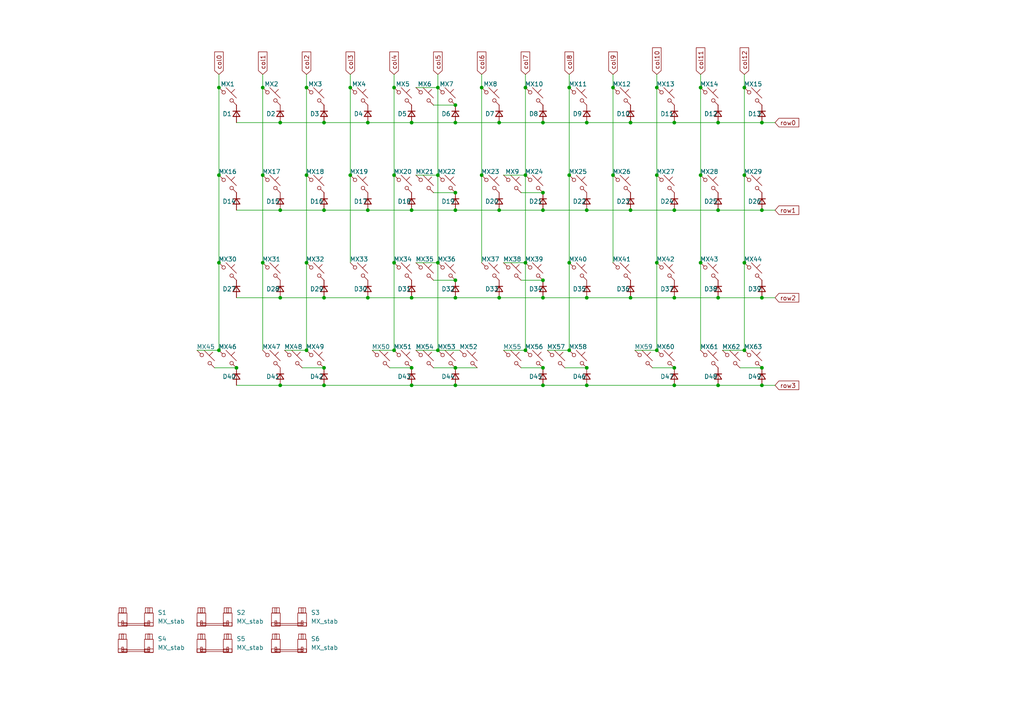
<source format=kicad_sch>
(kicad_sch (version 20231120) (generator "eeschema") (generator_version "8.0")
  (paper "A4")
  (junction (at 190.5 50.8))
  (junction (at 139.7 50.8))
  (junction (at 144.78 86.36))
  (junction (at 119.38 35.56))
  (junction (at 81.28 86.36))
  (junction (at 88.9 101.6))
  (junction (at 68.58 106.68))
  (junction (at 170.18 35.56))
  (junction (at 132.08 35.56))
  (junction (at 157.48 111.76))
  (junction (at 114.3 50.8))
  (junction (at 220.98 86.36))
  (junction (at 152.4 25.4))
  (junction (at 93.98 35.56))
  (junction (at 165.1 50.8))
  (junction (at 114.3 76.2))
  (junction (at 215.9 50.8))
  (junction (at 93.98 60.96))
  (junction (at 195.58 35.56))
  (junction (at 88.9 76.2))
  (junction (at 177.8 50.8))
  (junction (at 203.2 50.8))
  (junction (at 63.5 50.8))
  (junction (at 195.58 60.96))
  (junction (at 220.98 106.68))
  (junction (at 157.48 81.28))
  (junction (at 101.6 25.4))
  (junction (at 132.08 111.76))
  (junction (at 190.5 76.2))
  (junction (at 63.5 25.4))
  (junction (at 157.48 86.36))
  (junction (at 127 25.4))
  (junction (at 165.1 101.6))
  (junction (at 114.3 25.4))
  (junction (at 114.3 101.6))
  (junction (at 132.08 106.68))
  (junction (at 76.2 76.2))
  (junction (at 93.98 106.68))
  (junction (at 152.4 50.8))
  (junction (at 81.28 111.76))
  (junction (at 208.28 60.96))
  (junction (at 195.58 86.36))
  (junction (at 63.5 101.6))
  (junction (at 127 76.2))
  (junction (at 182.88 60.96))
  (junction (at 170.18 60.96))
  (junction (at 139.7 25.4))
  (junction (at 203.2 76.2))
  (junction (at 132.08 30.48))
  (junction (at 119.38 86.36))
  (junction (at 157.48 60.96))
  (junction (at 220.98 111.76))
  (junction (at 81.28 35.56))
  (junction (at 190.5 101.6))
  (junction (at 157.48 35.56))
  (junction (at 157.48 55.88))
  (junction (at 208.28 111.76))
  (junction (at 144.78 60.96))
  (junction (at 152.4 76.2))
  (junction (at 144.78 35.56))
  (junction (at 195.58 111.76))
  (junction (at 93.98 111.76))
  (junction (at 215.9 76.2))
  (junction (at 132.08 55.88))
  (junction (at 93.98 86.36))
  (junction (at 132.08 86.36))
  (junction (at 170.18 106.68))
  (junction (at 182.88 86.36))
  (junction (at 106.68 86.36))
  (junction (at 215.9 25.4))
  (junction (at 165.1 25.4))
  (junction (at 76.2 25.4))
  (junction (at 190.5 25.4))
  (junction (at 88.9 50.8))
  (junction (at 215.9 101.6))
  (junction (at 127 101.6))
  (junction (at 106.68 60.96))
  (junction (at 119.38 106.68))
  (junction (at 165.1 76.2))
  (junction (at 170.18 86.36))
  (junction (at 101.6 50.8))
  (junction (at 152.4 101.6))
  (junction (at 203.2 25.4))
  (junction (at 220.98 35.56))
  (junction (at 63.5 76.2))
  (junction (at 177.8 25.4))
  (junction (at 208.28 35.56))
  (junction (at 157.48 106.68))
  (junction (at 81.28 60.96))
  (junction (at 208.28 86.36))
  (junction (at 195.58 106.68))
  (junction (at 132.08 81.28))
  (junction (at 106.68 35.56))
  (junction (at 88.9 25.4))
  (junction (at 127 50.8))
  (junction (at 76.2 50.8))
  (junction (at 170.18 111.76))
  (junction (at 119.38 60.96))
  (junction (at 132.08 60.96))
  (junction (at 119.38 111.76))
  (junction (at 220.98 60.96))
  (junction (at 182.88 35.56))
  (wire (pts (xy 190.5 21.59) (xy 190.5 25.4)))
  (wire (pts (xy 114.3 50.8) (xy 114.3 76.2)))
  (wire (pts (xy 68.58 35.56) (xy 81.28 35.56)))
  (wire (pts (xy 68.58 86.36) (xy 81.28 86.36)))
  (wire (pts (xy 132.08 111.76) (xy 157.48 111.76)))
  (wire (pts (xy 63.5 25.4) (xy 63.5 50.8)))
  (wire (pts (xy 106.68 60.96) (xy 119.38 60.96)))
  (wire (pts (xy 157.48 35.56) (xy 170.18 35.56)))
  (wire (pts (xy 195.58 111.76) (xy 208.28 111.76)))
  (wire (pts (xy 208.28 111.76) (xy 220.98 111.76)))
  (wire (pts (xy 119.38 86.36) (xy 132.08 86.36)))
  (wire (pts (xy 120.65 101.6) (xy 127 101.6)))
  (wire (pts (xy 157.48 60.96) (xy 170.18 60.96)))
  (wire (pts (xy 146.05 101.6) (xy 152.4 101.6)))
  (wire (pts (xy 215.9 21.59) (xy 215.9 25.4)))
  (wire (pts (xy 203.2 50.8) (xy 203.2 76.2)))
  (wire (pts (xy 152.4 76.2) (xy 152.4 101.6)))
  (wire (pts (xy 76.2 76.2) (xy 76.2 101.6)))
  (wire (pts (xy 114.3 76.2) (xy 114.3 101.6)))
  (wire (pts (xy 146.05 50.8) (xy 152.4 50.8)))
  (wire (pts (xy 106.68 86.36) (xy 119.38 86.36)))
  (wire (pts (xy 144.78 86.36) (xy 157.48 86.36)))
  (wire (pts (xy 132.08 86.36) (xy 144.78 86.36)))
  (wire (pts (xy 144.78 60.96) (xy 157.48 60.96)))
  (wire (pts (xy 182.88 86.36) (xy 195.58 86.36)))
  (wire (pts (xy 125.73 81.28) (xy 132.08 81.28)))
  (wire (pts (xy 165.1 25.4) (xy 165.1 50.8)))
  (wire (pts (xy 139.7 25.4) (xy 139.7 50.8)))
  (wire (pts (xy 57.15 101.6) (xy 63.5 101.6)))
  (wire (pts (xy 158.75 101.6) (xy 165.1 101.6)))
  (wire (pts (xy 152.4 21.59) (xy 152.4 25.4)))
  (wire (pts (xy 224.79 35.56) (xy 220.98 35.56)))
  (wire (pts (xy 195.58 86.36) (xy 208.28 86.36)))
  (wire (pts (xy 144.78 35.56) (xy 157.48 35.56)))
  (wire (pts (xy 215.9 76.2) (xy 215.9 101.6)))
  (wire (pts (xy 81.28 60.96) (xy 93.98 60.96)))
  (wire (pts (xy 120.65 76.2) (xy 127 76.2)))
  (wire (pts (xy 88.9 21.59) (xy 88.9 25.4)))
  (wire (pts (xy 114.3 25.4) (xy 114.3 50.8)))
  (wire (pts (xy 157.48 86.36) (xy 170.18 86.36)))
  (wire (pts (xy 119.38 35.56) (xy 132.08 35.56)))
  (wire (pts (xy 68.58 111.76) (xy 81.28 111.76)))
  (wire (pts (xy 208.28 35.56) (xy 220.98 35.56)))
  (wire (pts (xy 190.5 76.2) (xy 190.5 101.6)))
  (wire (pts (xy 157.48 111.76) (xy 170.18 111.76)))
  (wire (pts (xy 125.73 30.48) (xy 132.08 30.48)))
  (wire (pts (xy 62.23 106.68) (xy 68.58 106.68)))
  (wire (pts (xy 209.55 101.6) (xy 215.9 101.6)))
  (wire (pts (xy 184.15 101.6) (xy 190.5 101.6)))
  (wire (pts (xy 88.9 25.4) (xy 88.9 50.8)))
  (wire (pts (xy 63.5 21.59) (xy 63.5 25.4)))
  (wire (pts (xy 132.08 35.56) (xy 144.78 35.56)))
  (wire (pts (xy 93.98 111.76) (xy 119.38 111.76)))
  (wire (pts (xy 203.2 25.4) (xy 203.2 50.8)))
  (wire (pts (xy 170.18 111.76) (xy 195.58 111.76)))
  (wire (pts (xy 107.95 101.6) (xy 114.3 101.6)))
  (wire (pts (xy 224.79 111.76) (xy 220.98 111.76)))
  (wire (pts (xy 63.5 50.8) (xy 63.5 76.2)))
  (wire (pts (xy 101.6 50.8) (xy 101.6 76.2)))
  (wire (pts (xy 101.6 25.4) (xy 101.6 50.8)))
  (wire (pts (xy 113.03 106.68) (xy 119.38 106.68)))
  (wire (pts (xy 190.5 25.4) (xy 190.5 50.8)))
  (wire (pts (xy 170.18 86.36) (xy 182.88 86.36)))
  (wire (pts (xy 93.98 86.36) (xy 106.68 86.36)))
  (wire (pts (xy 177.8 50.8) (xy 177.8 76.2)))
  (wire (pts (xy 127 25.4) (xy 127 50.8)))
  (wire (pts (xy 120.65 25.4) (xy 127 25.4)))
  (wire (pts (xy 88.9 76.2) (xy 88.9 101.6)))
  (wire (pts (xy 165.1 21.59) (xy 165.1 25.4)))
  (wire (pts (xy 203.2 21.59) (xy 203.2 25.4)))
  (wire (pts (xy 68.58 60.96) (xy 81.28 60.96)))
  (wire (pts (xy 127 21.59) (xy 127 25.4)))
  (wire (pts (xy 215.9 50.8) (xy 215.9 76.2)))
  (wire (pts (xy 214.63 106.68) (xy 220.98 106.68)))
  (wire (pts (xy 120.65 50.8) (xy 127 50.8)))
  (wire (pts (xy 93.98 60.96) (xy 106.68 60.96)))
  (wire (pts (xy 208.28 86.36) (xy 220.98 86.36)))
  (wire (pts (xy 127 76.2) (xy 127 101.6)))
  (wire (pts (xy 203.2 76.2) (xy 203.2 101.6)))
  (wire (pts (xy 76.2 21.59) (xy 76.2 25.4)))
  (wire (pts (xy 170.18 60.96) (xy 182.88 60.96)))
  (wire (pts (xy 132.08 60.96) (xy 144.78 60.96)))
  (wire (pts (xy 170.18 35.56) (xy 182.88 35.56)))
  (wire (pts (xy 152.4 50.8) (xy 152.4 76.2)))
  (wire (pts (xy 63.5 76.2) (xy 63.5 101.6)))
  (wire (pts (xy 177.8 21.59) (xy 177.8 25.4)))
  (wire (pts (xy 151.13 55.88) (xy 157.48 55.88)))
  (wire (pts (xy 93.98 35.56) (xy 106.68 35.56)))
  (wire (pts (xy 127 101.6) (xy 133.35 101.6)))
  (wire (pts (xy 165.1 76.2) (xy 165.1 101.6)))
  (wire (pts (xy 224.79 86.36) (xy 220.98 86.36)))
  (wire (pts (xy 101.6 21.59) (xy 101.6 25.4)))
  (wire (pts (xy 125.73 55.88) (xy 132.08 55.88)))
  (wire (pts (xy 125.73 106.68) (xy 132.08 106.68)))
  (wire (pts (xy 132.08 106.68) (xy 138.43 106.68)))
  (wire (pts (xy 170.18 106.68) (xy 163.83 106.68)))
  (wire (pts (xy 119.38 111.76) (xy 132.08 111.76)))
  (wire (pts (xy 88.9 50.8) (xy 88.9 76.2)))
  (wire (pts (xy 195.58 106.68) (xy 189.23 106.68)))
  (wire (pts (xy 81.28 35.56) (xy 93.98 35.56)))
  (wire (pts (xy 82.55 101.6) (xy 88.9 101.6)))
  (wire (pts (xy 106.68 35.56) (xy 119.38 35.56)))
  (wire (pts (xy 81.28 111.76) (xy 93.98 111.76)))
  (wire (pts (xy 165.1 50.8) (xy 165.1 76.2)))
  (wire (pts (xy 182.88 35.56) (xy 195.58 35.56)))
  (wire (pts (xy 208.28 60.96) (xy 220.98 60.96)))
  (wire (pts (xy 152.4 25.4) (xy 152.4 50.8)))
  (wire (pts (xy 119.38 60.96) (xy 132.08 60.96)))
  (wire (pts (xy 114.3 21.59) (xy 114.3 25.4)))
  (wire (pts (xy 76.2 25.4) (xy 76.2 50.8)))
  (wire (pts (xy 151.13 81.28) (xy 157.48 81.28)))
  (wire (pts (xy 87.63 106.68) (xy 93.98 106.68)))
  (wire (pts (xy 190.5 50.8) (xy 190.5 76.2)))
  (wire (pts (xy 81.28 86.36) (xy 93.98 86.36)))
  (wire (pts (xy 76.2 50.8) (xy 76.2 76.2)))
  (wire (pts (xy 127 50.8) (xy 127 76.2)))
  (wire (pts (xy 151.13 106.68) (xy 157.48 106.68)))
  (wire (pts (xy 195.58 60.96) (xy 208.28 60.96)))
  (wire (pts (xy 146.05 76.2) (xy 152.4 76.2)))
  (wire (pts (xy 139.7 50.8) (xy 139.7 76.2)))
  (wire (pts (xy 224.79 60.96) (xy 220.98 60.96)))
  (wire (pts (xy 195.58 35.56) (xy 208.28 35.56)))
  (wire (pts (xy 182.88 60.96) (xy 195.58 60.96)))
  (wire (pts (xy 215.9 25.4) (xy 215.9 50.8)))
  (wire (pts (xy 177.8 25.4) (xy 177.8 50.8)))
  (wire (pts (xy 139.7 21.59) (xy 139.7 25.4)))
  (global_label "col5" (shape input) (at 127 21.59 90) (property "Intersheetrefs" "${INTERSHEET_REFS}" (effects (hide yes))))
  (global_label "col4" (shape input) (at 114.3 21.59 90) (property "Intersheetrefs" "${INTERSHEET_REFS}" (effects (hide yes))))
  (global_label "row2" (shape input) (at 224.79 86.36 0) (property "Intersheetrefs" "${INTERSHEET_REFS}" (effects (hide yes))))
  (global_label "col6" (shape input) (at 139.7 21.59 90) (property "Intersheetrefs" "${INTERSHEET_REFS}" (effects (hide yes))))
  (global_label "col1" (shape input) (at 76.2 21.59 90) (property "Intersheetrefs" "${INTERSHEET_REFS}" (effects (hide yes))))
  (global_label "col9" (shape input) (at 177.8 21.59 90) (property "Intersheetrefs" "${INTERSHEET_REFS}" (effects (hide yes))))
  (global_label "row1" (shape input) (at 224.79 60.96 0) (property "Intersheetrefs" "${INTERSHEET_REFS}" (effects (hide yes))))
  (global_label "col3" (shape input) (at 101.6 21.59 90) (property "Intersheetrefs" "${INTERSHEET_REFS}" (effects (hide yes))))
  (global_label "col7" (shape input) (at 152.4 21.59 90) (property "Intersheetrefs" "${INTERSHEET_REFS}" (effects (hide yes))))
  (global_label "col8" (shape input) (at 165.1 21.59 90) (property "Intersheetrefs" "${INTERSHEET_REFS}" (effects (hide yes))))
  (global_label "col11" (shape input) (at 203.2 21.59 90) (property "Intersheetrefs" "${INTERSHEET_REFS}" (effects (hide yes))))
  (global_label "row0" (shape input) (at 224.79 35.56 0) (property "Intersheetrefs" "${INTERSHEET_REFS}" (effects (hide yes))))
  (global_label "col10" (shape input) (at 190.5 21.59 90) (property "Intersheetrefs" "${INTERSHEET_REFS}" (effects (hide yes))))
  (global_label "col0" (shape input) (at 63.5 21.59 90) (property "Intersheetrefs" "${INTERSHEET_REFS}" (effects (hide yes))))
  (global_label "row3" (shape input) (at 224.79 111.76 0) (property "Intersheetrefs" "${INTERSHEET_REFS}" (effects (hide yes))))
  (global_label "col2" (shape input) (at 88.9 21.59 90) (property "Intersheetrefs" "${INTERSHEET_REFS}" (effects (hide yes))))
  (global_label "col12" (shape input) (at 215.9 21.59 90) (property "Intersheetrefs" "${INTERSHEET_REFS}" (effects (hide yes))))
  (symbol (lib_id "Device:D_Small") (at 144.78 83.82 270) (unit 1)
    (property "Reference" "D33" (at 140.716 83.82 90) (effects (justify left)))
    (property "Value" "D_Small" (effects (hide yes)))
    (property "Footprint" "Diode_SMD:D_SOD-123" (effects (hide yes)))
    (property "Description" "Diode, small symbol" (effects (hide yes)))
    (property "Sim.Device" "D" (effects (hide yes)))
    (property "Sim.Pins" "1=K 2=A" (effects (hide yes)))
  )
  (symbol (lib_id "PCM_marbastlib-mx:MX_SW_solder") (at 167.64 27.94 0) (unit 1)
    (property "Reference" "MX11" (at 167.64 24.384 0))
    (property "Value" "MX_SW_solder" (effects (hide yes)))
    (property "Footprint" "PCM_marbastlib-mx:SW_MX_1u" (effects (hide yes)))
    (property "Description" "Push button switch, normally open, two pins, 45° tilted" (effects (hide yes)))
  )
  (symbol (lib_id "PCM_marbastlib-mx:MX_SW_solder") (at 135.89 104.14 0) (unit 1)
    (property "Reference" "MX52" (at 135.89 100.584 0))
    (property "Value" "MX_SW_solder" (effects (hide yes)))
    (property "Footprint" "PCM_marbastlib-mx:SW_MX_1u" (effects (hide yes)))
    (property "Description" "Push button switch, normally open, two pins, 45° tilted" (effects (hide yes)))
  )
  (symbol (lib_id "PCM_marbastlib-mx:MX_SW_solder") (at 142.24 78.74 0) (unit 1)
    (property "Reference" "MX37" (at 142.24 75.184 0))
    (property "Value" "MX_SW_solder" (effects (hide yes)))
    (property "Footprint" "PCM_marbastlib-mx:SW_MX_1u" (effects (hide yes)))
    (property "Description" "Push button switch, normally open, two pins, 45° tilted" (effects (hide yes)))
  )
  (symbol (lib_id "PCM_marbastlib-mx:MX_SW_solder") (at 91.44 53.34 0) (unit 1)
    (property "Reference" "MX18" (at 91.44 49.784 0))
    (property "Value" "MX_SW_solder" (effects (hide yes)))
    (property "Footprint" "PCM_marbastlib-mx:SW_MX_1u" (effects (hide yes)))
    (property "Description" "Push button switch, normally open, two pins, 45° tilted" (effects (hide yes)))
  )
  (symbol (lib_id "Device:D_Small") (at 157.48 83.82 270) (unit 1)
    (property "Reference" "D34" (at 153.416 83.82 90) (effects (justify left)))
    (property "Value" "D_Small" (effects (hide yes)))
    (property "Footprint" "Diode_SMD:D_SOD-123" (effects (hide yes)))
    (property "Description" "Diode, small symbol" (effects (hide yes)))
    (property "Sim.Device" "D" (effects (hide yes)))
    (property "Sim.Pins" "1=K 2=A" (effects (hide yes)))
  )
  (symbol (lib_id "PCM_marbastlib-mx:MX_SW_solder") (at 148.59 53.34 0) (unit 1)
    (property "Reference" "MX9" (at 148.59 49.784 0))
    (property "Value" "MX_SW_solder" (effects (hide yes)))
    (property "Footprint" "PCM_marbastlib-mx:SW_MX_1u" (effects (hide yes)))
    (property "Description" "Push button switch, normally open, two pins, 45° tilted" (effects (hide yes)))
  )
  (symbol (lib_id "Device:D_Small") (at 81.28 109.22 270) (unit 1)
    (property "Reference" "D41" (at 77.216 109.22 90) (effects (justify left)))
    (property "Value" "D_Small" (effects (hide yes)))
    (property "Footprint" "Diode_SMD:D_SOD-123" (effects (hide yes)))
    (property "Description" "Diode, small symbol" (effects (hide yes)))
    (property "Sim.Device" "D" (effects (hide yes)))
    (property "Sim.Pins" "1=K 2=A" (effects (hide yes)))
  )
  (symbol (lib_id "PCM_marbastlib-mx:MX_SW_solder") (at 91.44 78.74 0) (unit 1)
    (property "Reference" "MX32" (at 91.44 75.184 0))
    (property "Value" "MX_SW_solder" (effects (hide yes)))
    (property "Footprint" "PCM_marbastlib-mx:SW_MX_1u" (effects (hide yes)))
    (property "Description" "Push button switch, normally open, two pins, 45° tilted" (effects (hide yes)))
  )
  (symbol (lib_id "PCM_marbastlib-mx:MX_SW_solder") (at 116.84 53.34 0) (unit 1)
    (property "Reference" "MX20" (at 116.84 49.784 0))
    (property "Value" "MX_SW_solder" (effects (hide yes)))
    (property "Footprint" "PCM_marbastlib-mx:SW_MX_1u" (effects (hide yes)))
    (property "Description" "Push button switch, normally open, two pins, 45° tilted" (effects (hide yes)))
  )
  (symbol (lib_id "PCM_marbastlib-mx:MX_SW_solder") (at 218.44 53.34 0) (unit 1)
    (property "Reference" "MX29" (at 218.44 49.784 0))
    (property "Value" "MX_SW_solder" (effects (hide yes)))
    (property "Footprint" "PCM_marbastlib-mx:SW_MX_1u" (effects (hide yes)))
    (property "Description" "Push button switch, normally open, two pins, 45° tilted" (effects (hide yes)))
  )
  (symbol (lib_id "PCM_marbastlib-mx:MX_SW_solder") (at 129.54 53.34 0) (unit 1)
    (property "Reference" "MX22" (at 129.54 49.784 0))
    (property "Value" "MX_SW_solder" (effects (hide yes)))
    (property "Footprint" "PCM_marbastlib-mx:SW_MX_1u" (effects (hide yes)))
    (property "Description" "Push button switch, normally open, two pins, 45° tilted" (effects (hide yes)))
  )
  (symbol (lib_id "PCM_marbastlib-mx:MX_stab") (at 83.82 179.07 0) (unit 1)
    (property "Reference" "S3" (at 90.17 177.6729 0) (effects (justify left)))
    (property "Value" "MX_stab" (at 90.17 180.2129 0) (effects (justify left)))
    (property "Footprint" "PCM_marbastlib-mx:STAB_MX_7u" (effects (hide yes)))
    (property "Description" "Cherry MX-style stabilizer" (effects (hide yes)))
  )
  (symbol (lib_id "PCM_marbastlib-mx:MX_SW_solder") (at 193.04 104.14 0) (unit 1)
    (property "Reference" "MX60" (at 193.04 100.584 0))
    (property "Value" "MX_SW_solder" (effects (hide yes)))
    (property "Footprint" "PCM_marbastlib-mx:SW_MX_1u" (effects (hide yes)))
    (property "Description" "Push button switch, normally open, two pins, 45° tilted" (effects (hide yes)))
  )
  (symbol (lib_id "Device:D_Small") (at 195.58 58.42 270) (unit 1)
    (property "Reference" "D24" (at 191.516 58.42 90) (effects (justify left)))
    (property "Value" "D_Small" (effects (hide yes)))
    (property "Footprint" "Diode_SMD:D_SOD-123" (effects (hide yes)))
    (property "Description" "Diode, small symbol" (effects (hide yes)))
    (property "Sim.Device" "D" (effects (hide yes)))
    (property "Sim.Pins" "1=K 2=A" (effects (hide yes)))
  )
  (symbol (lib_id "Device:D_Small") (at 132.08 33.02 270) (unit 1)
    (property "Reference" "D6" (at 128.016 33.02 90) (effects (justify left)))
    (property "Value" "D_Small" (effects (hide yes)))
    (property "Footprint" "Diode_SMD:D_SOD-123" (effects (hide yes)))
    (property "Description" "Diode, small symbol" (effects (hide yes)))
    (property "Sim.Device" "D" (effects (hide yes)))
    (property "Sim.Pins" "1=K 2=A" (effects (hide yes)))
  )
  (symbol (lib_id "PCM_marbastlib-mx:MX_SW_solder") (at 148.59 104.14 0) (unit 1)
    (property "Reference" "MX55" (at 148.59 100.584 0))
    (property "Value" "MX_SW_solder" (effects (hide yes)))
    (property "Footprint" "PCM_marbastlib-mx:SW_MX_1u" (effects (hide yes)))
    (property "Description" "Push button switch, normally open, two pins, 45° tilted" (effects (hide yes)))
  )
  (symbol (lib_id "PCM_marbastlib-mx:MX_SW_solder") (at 180.34 27.94 0) (unit 1)
    (property "Reference" "MX12" (at 180.34 24.384 0))
    (property "Value" "MX_SW_solder" (effects (hide yes)))
    (property "Footprint" "PCM_marbastlib-mx:SW_MX_1u" (effects (hide yes)))
    (property "Description" "Push button switch, normally open, two pins, 45° tilted" (effects (hide yes)))
  )
  (symbol (lib_id "PCM_marbastlib-mx:MX_SW_solder") (at 154.94 27.94 0) (unit 1)
    (property "Reference" "MX10" (at 154.94 24.384 0))
    (property "Value" "MX_SW_solder" (effects (hide yes)))
    (property "Footprint" "PCM_marbastlib-mx:SW_MX_1u" (effects (hide yes)))
    (property "Description" "Push button switch, normally open, two pins, 45° tilted" (effects (hide yes)))
  )
  (symbol (lib_id "PCM_marbastlib-mx:MX_SW_solder") (at 123.19 78.74 0) (unit 1)
    (property "Reference" "MX35" (at 123.19 75.184 0))
    (property "Value" "MX_SW_solder" (effects (hide yes)))
    (property "Footprint" "PCM_marbastlib-mx:SW_MX_1u" (effects (hide yes)))
    (property "Description" "Push button switch, normally open, two pins, 45° tilted" (effects (hide yes)))
  )
  (symbol (lib_id "Device:D_Small") (at 81.28 83.82 270) (unit 1)
    (property "Reference" "D28" (at 77.216 83.82 90) (effects (justify left)))
    (property "Value" "D_Small" (effects (hide yes)))
    (property "Footprint" "Diode_SMD:D_SOD-123" (effects (hide yes)))
    (property "Description" "Diode, small symbol" (effects (hide yes)))
    (property "Sim.Device" "D" (effects (hide yes)))
    (property "Sim.Pins" "1=K 2=A" (effects (hide yes)))
  )
  (symbol (lib_id "PCM_marbastlib-mx:MX_SW_solder") (at 78.74 27.94 0) (unit 1)
    (property "Reference" "MX2" (at 78.74 24.384 0))
    (property "Value" "MX_SW_solder" (effects (hide yes)))
    (property "Footprint" "PCM_marbastlib-mx:SW_MX_1u" (effects (hide yes)))
    (property "Description" "Push button switch, normally open, two pins, 45° tilted" (effects (hide yes)))
  )
  (symbol (lib_id "PCM_marbastlib-mx:MX_stab") (at 39.37 186.69 0) (unit 1)
    (property "Reference" "S4" (at 45.72 185.2929 0) (effects (justify left)))
    (property "Value" "MX_stab" (at 45.72 187.8329 0) (effects (justify left)))
    (property "Footprint" "PCM_marbastlib-mx:STAB_MX_2.25u" (effects (hide yes)))
    (property "Description" "Cherry MX-style stabilizer" (effects (hide yes)))
  )
  (symbol (lib_id "PCM_marbastlib-mx:MX_SW_solder") (at 186.69 104.14 0) (unit 1)
    (property "Reference" "MX59" (at 186.69 100.584 0))
    (property "Value" "MX_SW_solder" (effects (hide yes)))
    (property "Footprint" "PCM_marbastlib-mx:SW_MX_1u" (effects (hide yes)))
    (property "Description" "Push button switch, normally open, two pins, 45° tilted" (effects (hide yes)))
  )
  (symbol (lib_id "Device:D_Small") (at 220.98 83.82 270) (unit 1)
    (property "Reference" "D39" (at 216.916 83.82 90) (effects (justify left)))
    (property "Value" "D_Small" (effects (hide yes)))
    (property "Footprint" "Diode_SMD:D_SOD-123" (effects (hide yes)))
    (property "Description" "Diode, small symbol" (effects (hide yes)))
    (property "Sim.Device" "D" (effects (hide yes)))
    (property "Sim.Pins" "1=K 2=A" (effects (hide yes)))
  )
  (symbol (lib_id "Device:D_Small") (at 170.18 58.42 270) (unit 1)
    (property "Reference" "D22" (at 166.116 58.42 90) (effects (justify left)))
    (property "Value" "D_Small" (effects (hide yes)))
    (property "Footprint" "Diode_SMD:D_SOD-123" (effects (hide yes)))
    (property "Description" "Diode, small symbol" (effects (hide yes)))
    (property "Sim.Device" "D" (effects (hide yes)))
    (property "Sim.Pins" "1=K 2=A" (effects (hide yes)))
  )
  (symbol (lib_id "PCM_marbastlib-mx:MX_SW_solder") (at 180.34 53.34 0) (unit 1)
    (property "Reference" "MX26" (at 180.34 49.784 0))
    (property "Value" "MX_SW_solder" (effects (hide yes)))
    (property "Footprint" "PCM_marbastlib-mx:SW_MX_1u" (effects (hide yes)))
    (property "Description" "Push button switch, normally open, two pins, 45° tilted" (effects (hide yes)))
  )
  (symbol (lib_id "PCM_marbastlib-mx:MX_SW_solder") (at 212.09 104.14 0) (unit 1)
    (property "Reference" "MX62" (at 212.09 100.584 0))
    (property "Value" "MX_SW_solder" (effects (hide yes)))
    (property "Footprint" "PCM_marbastlib-mx:SW_MX_1u" (effects (hide yes)))
    (property "Description" "Push button switch, normally open, two pins, 45° tilted" (effects (hide yes)))
  )
  (symbol (lib_id "PCM_marbastlib-mx:MX_SW_solder") (at 116.84 27.94 0) (unit 1)
    (property "Reference" "MX5" (at 116.84 24.384 0))
    (property "Value" "MX_SW_solder" (effects (hide yes)))
    (property "Footprint" "PCM_marbastlib-mx:SW_MX_1u" (effects (hide yes)))
    (property "Description" "Push button switch, normally open, two pins, 45° tilted" (effects (hide yes)))
  )
  (symbol (lib_id "PCM_marbastlib-mx:MX_SW_solder") (at 110.49 104.14 0) (unit 1)
    (property "Reference" "MX50" (at 110.49 100.584 0))
    (property "Value" "MX_SW_solder" (effects (hide yes)))
    (property "Footprint" "PCM_marbastlib-mx:SW_MX_1u" (effects (hide yes)))
    (property "Description" "Push button switch, normally open, two pins, 45° tilted" (effects (hide yes)))
  )
  (symbol (lib_id "Device:D_Small") (at 81.28 58.42 270) (unit 1)
    (property "Reference" "D15" (at 77.216 58.42 90) (effects (justify left)))
    (property "Value" "D_Small" (effects (hide yes)))
    (property "Footprint" "Diode_SMD:D_SOD-123" (effects (hide yes)))
    (property "Description" "Diode, small symbol" (effects (hide yes)))
    (property "Sim.Device" "D" (effects (hide yes)))
    (property "Sim.Pins" "1=K 2=A" (effects (hide yes)))
  )
  (symbol (lib_id "PCM_marbastlib-mx:MX_SW_solder") (at 205.74 27.94 0) (unit 1)
    (property "Reference" "MX14" (at 205.74 24.384 0))
    (property "Value" "MX_SW_solder" (effects (hide yes)))
    (property "Footprint" "PCM_marbastlib-mx:SW_MX_1u" (effects (hide yes)))
    (property "Description" "Push button switch, normally open, two pins, 45° tilted" (effects (hide yes)))
  )
  (symbol (lib_id "PCM_marbastlib-mx:MX_SW_solder") (at 66.04 53.34 0) (unit 1)
    (property "Reference" "MX16" (at 66.04 49.784 0))
    (property "Value" "MX_SW_solder" (effects (hide yes)))
    (property "Footprint" "PCM_marbastlib-mx:SW_MX_1u" (effects (hide yes)))
    (property "Description" "Push button switch, normally open, two pins, 45° tilted" (effects (hide yes)))
  )
  (symbol (lib_id "Device:D_Small") (at 132.08 83.82 270) (unit 1)
    (property "Reference" "D32" (at 128.016 83.82 90) (effects (justify left)))
    (property "Value" "D_Small" (effects (hide yes)))
    (property "Footprint" "Diode_SMD:D_SOD-123" (effects (hide yes)))
    (property "Description" "Diode, small symbol" (effects (hide yes)))
    (property "Sim.Device" "D" (effects (hide yes)))
    (property "Sim.Pins" "1=K 2=A" (effects (hide yes)))
  )
  (symbol (lib_id "Device:D_Small") (at 220.98 33.02 270) (unit 1)
    (property "Reference" "D13" (at 216.916 33.02 90) (effects (justify left)))
    (property "Value" "D_Small" (effects (hide yes)))
    (property "Footprint" "Diode_SMD:D_SOD-123" (effects (hide yes)))
    (property "Description" "Diode, small symbol" (effects (hide yes)))
    (property "Sim.Device" "D" (effects (hide yes)))
    (property "Sim.Pins" "1=K 2=A" (effects (hide yes)))
  )
  (symbol (lib_id "PCM_marbastlib-mx:MX_SW_solder") (at 59.69 104.14 0) (unit 1)
    (property "Reference" "MX45" (at 59.69 100.584 0))
    (property "Value" "MX_SW_solder" (effects (hide yes)))
    (property "Footprint" "PCM_marbastlib-mx:SW_MX_1u" (effects (hide yes)))
    (property "Description" "Push button switch, normally open, two pins, 45° tilted" (effects (hide yes)))
  )
  (symbol (lib_id "Device:D_Small") (at 182.88 83.82 270) (unit 1)
    (property "Reference" "D36" (at 178.816 83.82 90) (effects (justify left)))
    (property "Value" "D_Small" (effects (hide yes)))
    (property "Footprint" "Diode_SMD:D_SOD-123" (effects (hide yes)))
    (property "Description" "Diode, small symbol" (effects (hide yes)))
    (property "Sim.Device" "D" (effects (hide yes)))
    (property "Sim.Pins" "1=K 2=A" (effects (hide yes)))
  )
  (symbol (lib_id "Device:D_Small") (at 119.38 33.02 270) (unit 1)
    (property "Reference" "D5" (at 115.316 33.02 90) (effects (justify left)))
    (property "Value" "D_Small" (effects (hide yes)))
    (property "Footprint" "Diode_SMD:D_SOD-123" (effects (hide yes)))
    (property "Description" "Diode, small symbol" (effects (hide yes)))
    (property "Sim.Device" "D" (effects (hide yes)))
    (property "Sim.Pins" "1=K 2=A" (effects (hide yes)))
  )
  (symbol (lib_id "Device:D_Small") (at 81.28 33.02 270) (unit 1)
    (property "Reference" "D2" (at 77.216 33.02 90) (effects (justify left)))
    (property "Value" "D_Small" (effects (hide yes)))
    (property "Footprint" "Diode_SMD:D_SOD-123" (effects (hide yes)))
    (property "Description" "Diode, small symbol" (effects (hide yes)))
    (property "Sim.Device" "D" (effects (hide yes)))
    (property "Sim.Pins" "1=K 2=A" (effects (hide yes)))
  )
  (symbol (lib_id "Device:D_Small") (at 208.28 58.42 270) (unit 1)
    (property "Reference" "D25" (at 204.216 58.42 90) (effects (justify left)))
    (property "Value" "D_Small" (effects (hide yes)))
    (property "Footprint" "Diode_SMD:D_SOD-123" (effects (hide yes)))
    (property "Description" "Diode, small symbol" (effects (hide yes)))
    (property "Sim.Device" "D" (effects (hide yes)))
    (property "Sim.Pins" "1=K 2=A" (effects (hide yes)))
  )
  (symbol (lib_id "Device:D_Small") (at 208.28 33.02 270) (unit 1)
    (property "Reference" "D12" (at 204.216 33.02 90) (effects (justify left)))
    (property "Value" "D_Small" (effects (hide yes)))
    (property "Footprint" "Diode_SMD:D_SOD-123" (effects (hide yes)))
    (property "Description" "Diode, small symbol" (effects (hide yes)))
    (property "Sim.Device" "D" (effects (hide yes)))
    (property "Sim.Pins" "1=K 2=A" (effects (hide yes)))
  )
  (symbol (lib_id "PCM_marbastlib-mx:MX_SW_solder") (at 123.19 53.34 0) (unit 1)
    (property "Reference" "MX21" (at 123.19 49.784 0))
    (property "Value" "MX_SW_solder" (effects (hide yes)))
    (property "Footprint" "PCM_marbastlib-mx:SW_MX_1u" (effects (hide yes)))
    (property "Description" "Push button switch, normally open, two pins, 45° tilted" (effects (hide yes)))
  )
  (symbol (lib_id "PCM_marbastlib-mx:MX_SW_solder") (at 123.19 104.14 0) (unit 1)
    (property "Reference" "MX54" (at 123.19 100.584 0))
    (property "Value" "MX_SW_solder" (effects (hide yes)))
    (property "Footprint" "PCM_marbastlib-mx:SW_MX_1u" (effects (hide yes)))
    (property "Description" "Push button switch, normally open, two pins, 45° tilted" (effects (hide yes)))
  )
  (symbol (lib_id "Device:D_Small") (at 170.18 83.82 270) (unit 1)
    (property "Reference" "D35" (at 166.116 83.82 90) (effects (justify left)))
    (property "Value" "D_Small" (effects (hide yes)))
    (property "Footprint" "Diode_SMD:D_SOD-123" (effects (hide yes)))
    (property "Description" "Diode, small symbol" (effects (hide yes)))
    (property "Sim.Device" "D" (effects (hide yes)))
    (property "Sim.Pins" "1=K 2=A" (effects (hide yes)))
  )
  (symbol (lib_id "PCM_marbastlib-mx:MX_SW_solder") (at 129.54 27.94 0) (unit 1)
    (property "Reference" "MX7" (at 129.54 24.384 0))
    (property "Value" "MX_SW_solder" (effects (hide yes)))
    (property "Footprint" "PCM_marbastlib-mx:SW_MX_1u" (effects (hide yes)))
    (property "Description" "Push button switch, normally open, two pins, 45° tilted" (effects (hide yes)))
  )
  (symbol (lib_id "Device:D_Small") (at 182.88 33.02 270) (unit 1)
    (property "Reference" "D10" (at 178.816 33.02 90) (effects (justify left)))
    (property "Value" "D_Small" (effects (hide yes)))
    (property "Footprint" "Diode_SMD:D_SOD-123" (effects (hide yes)))
    (property "Description" "Diode, small symbol" (effects (hide yes)))
    (property "Sim.Device" "D" (effects (hide yes)))
    (property "Sim.Pins" "1=K 2=A" (effects (hide yes)))
  )
  (symbol (lib_id "PCM_marbastlib-mx:MX_SW_solder") (at 66.04 104.14 0) (unit 1)
    (property "Reference" "MX46" (at 66.04 100.584 0))
    (property "Value" "MX_SW_solder" (effects (hide yes)))
    (property "Footprint" "PCM_marbastlib-mx:SW_MX_1u" (effects (hide yes)))
    (property "Description" "Push button switch, normally open, two pins, 45° tilted" (effects (hide yes)))
  )
  (symbol (lib_id "PCM_marbastlib-mx:MX_SW_solder") (at 116.84 104.14 0) (unit 1)
    (property "Reference" "MX51" (at 116.84 100.584 0))
    (property "Value" "MX_SW_solder" (effects (hide yes)))
    (property "Footprint" "PCM_marbastlib-mx:SW_MX_1u" (effects (hide yes)))
    (property "Description" "Push button switch, normally open, two pins, 45° tilted" (effects (hide yes)))
  )
  (symbol (lib_id "Device:D_Small") (at 119.38 58.42 270) (unit 1)
    (property "Reference" "D18" (at 115.316 58.42 90) (effects (justify left)))
    (property "Value" "D_Small" (effects (hide yes)))
    (property "Footprint" "Diode_SMD:D_SOD-123" (effects (hide yes)))
    (property "Description" "Diode, small symbol" (effects (hide yes)))
    (property "Sim.Device" "D" (effects (hide yes)))
    (property "Sim.Pins" "1=K 2=A" (effects (hide yes)))
  )
  (symbol (lib_id "PCM_marbastlib-mx:MX_SW_solder") (at 129.54 78.74 0) (unit 1)
    (property "Reference" "MX36" (at 129.54 75.184 0))
    (property "Value" "MX_SW_solder" (effects (hide yes)))
    (property "Footprint" "PCM_marbastlib-mx:SW_MX_1u" (effects (hide yes)))
    (property "Description" "Push button switch, normally open, two pins, 45° tilted" (effects (hide yes)))
  )
  (symbol (lib_id "PCM_marbastlib-mx:MX_SW_solder") (at 66.04 27.94 0) (unit 1)
    (property "Reference" "MX1" (at 66.04 24.384 0))
    (property "Value" "MX_SW_solder" (effects (hide yes)))
    (property "Footprint" "PCM_marbastlib-mx:SW_MX_1u" (effects (hide yes)))
    (property "Description" "Push button switch, normally open, two pins, 45° tilted" (effects (hide yes)))
  )
  (symbol (lib_id "PCM_marbastlib-mx:MX_SW_solder") (at 193.04 78.74 0) (unit 1)
    (property "Reference" "MX42" (at 193.04 75.184 0))
    (property "Value" "MX_SW_solder" (effects (hide yes)))
    (property "Footprint" "PCM_marbastlib-mx:SW_MX_1u" (effects (hide yes)))
    (property "Description" "Push button switch, normally open, two pins, 45° tilted" (effects (hide yes)))
  )
  (symbol (lib_id "Device:D_Small") (at 93.98 109.22 270) (unit 1)
    (property "Reference" "D42" (at 89.916 109.22 90) (effects (justify left)))
    (property "Value" "D_Small" (effects (hide yes)))
    (property "Footprint" "Diode_SMD:D_SOD-123" (effects (hide yes)))
    (property "Description" "Diode, small symbol" (effects (hide yes)))
    (property "Sim.Device" "D" (effects (hide yes)))
    (property "Sim.Pins" "1=K 2=A" (effects (hide yes)))
  )
  (symbol (lib_id "PCM_marbastlib-mx:MX_SW_solder") (at 154.94 104.14 0) (unit 1)
    (property "Reference" "MX56" (at 154.94 100.584 0))
    (property "Value" "MX_SW_solder" (effects (hide yes)))
    (property "Footprint" "PCM_marbastlib-mx:SW_MX_1u" (effects (hide yes)))
    (property "Description" "Push button switch, normally open, two pins, 45° tilted" (effects (hide yes)))
  )
  (symbol (lib_id "Device:D_Small") (at 195.58 33.02 270) (unit 1)
    (property "Reference" "D11" (at 191.516 33.02 90) (effects (justify left)))
    (property "Value" "D_Small" (effects (hide yes)))
    (property "Footprint" "Diode_SMD:D_SOD-123" (effects (hide yes)))
    (property "Description" "Diode, small symbol" (effects (hide yes)))
    (property "Sim.Device" "D" (effects (hide yes)))
    (property "Sim.Pins" "1=K 2=A" (effects (hide yes)))
  )
  (symbol (lib_id "PCM_marbastlib-mx:MX_SW_solder") (at 78.74 78.74 0) (unit 1)
    (property "Reference" "MX31" (at 78.74 75.184 0))
    (property "Value" "MX_SW_solder" (effects (hide yes)))
    (property "Footprint" "PCM_marbastlib-mx:SW_MX_1u" (effects (hide yes)))
    (property "Description" "Push button switch, normally open, two pins, 45° tilted" (effects (hide yes)))
  )
  (symbol (lib_id "Device:D_Small") (at 106.68 83.82 270) (unit 1)
    (property "Reference" "D30" (at 102.616 83.82 90) (effects (justify left)))
    (property "Value" "D_Small" (effects (hide yes)))
    (property "Footprint" "Diode_SMD:D_SOD-123" (effects (hide yes)))
    (property "Description" "Diode, small symbol" (effects (hide yes)))
    (property "Sim.Device" "D" (effects (hide yes)))
    (property "Sim.Pins" "1=K 2=A" (effects (hide yes)))
  )
  (symbol (lib_id "Device:D_Small") (at 93.98 33.02 270) (unit 1)
    (property "Reference" "D3" (at 89.916 33.02 90) (effects (justify left)))
    (property "Value" "D_Small" (effects (hide yes)))
    (property "Footprint" "Diode_SMD:D_SOD-123" (effects (hide yes)))
    (property "Description" "Diode, small symbol" (effects (hide yes)))
    (property "Sim.Device" "D" (effects (hide yes)))
    (property "Sim.Pins" "1=K 2=A" (effects (hide yes)))
  )
  (symbol (lib_id "Device:D_Small") (at 208.28 83.82 270) (unit 1)
    (property "Reference" "D38" (at 204.216 83.82 90) (effects (justify left)))
    (property "Value" "D_Small" (effects (hide yes)))
    (property "Footprint" "Diode_SMD:D_SOD-123" (effects (hide yes)))
    (property "Description" "Diode, small symbol" (effects (hide yes)))
    (property "Sim.Device" "D" (effects (hide yes)))
    (property "Sim.Pins" "1=K 2=A" (effects (hide yes)))
  )
  (symbol (lib_id "Device:D_Small") (at 68.58 33.02 270) (unit 1)
    (property "Reference" "D1" (at 64.516 33.02 90) (effects (justify left)))
    (property "Value" "D_Small" (effects (hide yes)))
    (property "Footprint" "Diode_SMD:D_SOD-123" (effects (hide yes)))
    (property "Description" "Diode, small symbol" (effects (hide yes)))
    (property "Sim.Device" "D" (effects (hide yes)))
    (property "Sim.Pins" "1=K 2=A" (effects (hide yes)))
  )
  (symbol (lib_id "Device:D_Small") (at 170.18 33.02 270) (unit 1)
    (property "Reference" "D9" (at 166.116 33.02 90) (effects (justify left)))
    (property "Value" "D_Small" (effects (hide yes)))
    (property "Footprint" "Diode_SMD:D_SOD-123" (effects (hide yes)))
    (property "Description" "Diode, small symbol" (effects (hide yes)))
    (property "Sim.Device" "D" (effects (hide yes)))
    (property "Sim.Pins" "1=K 2=A" (effects (hide yes)))
  )
  (symbol (lib_id "PCM_marbastlib-mx:MX_SW_solder") (at 66.04 78.74 0) (unit 1)
    (property "Reference" "MX30" (at 66.04 75.184 0))
    (property "Value" "MX_SW_solder" (effects (hide yes)))
    (property "Footprint" "PCM_marbastlib-mx:SW_MX_1u" (effects (hide yes)))
    (property "Description" "Push button switch, normally open, two pins, 45° tilted" (effects (hide yes)))
  )
  (symbol (lib_id "Device:D_Small") (at 220.98 58.42 270) (unit 1)
    (property "Reference" "D26" (at 216.916 58.42 90) (effects (justify left)))
    (property "Value" "D_Small" (effects (hide yes)))
    (property "Footprint" "Diode_SMD:D_SOD-123" (effects (hide yes)))
    (property "Description" "Diode, small symbol" (effects (hide yes)))
    (property "Sim.Device" "D" (effects (hide yes)))
    (property "Sim.Pins" "1=K 2=A" (effects (hide yes)))
  )
  (symbol (lib_id "PCM_marbastlib-mx:MX_SW_solder") (at 104.14 53.34 0) (unit 1)
    (property "Reference" "MX19" (at 104.14 49.784 0))
    (property "Value" "MX_SW_solder" (effects (hide yes)))
    (property "Footprint" "PCM_marbastlib-mx:SW_MX_1u" (effects (hide yes)))
    (property "Description" "Push button switch, normally open, two pins, 45° tilted" (effects (hide yes)))
  )
  (symbol (lib_id "PCM_marbastlib-mx:MX_SW_solder") (at 205.74 78.74 0) (unit 1)
    (property "Reference" "MX43" (at 205.74 75.184 0))
    (property "Value" "MX_SW_solder" (effects (hide yes)))
    (property "Footprint" "PCM_marbastlib-mx:SW_MX_1u" (effects (hide yes)))
    (property "Description" "Push button switch, normally open, two pins, 45° tilted" (effects (hide yes)))
  )
  (symbol (lib_id "Device:D_Small") (at 157.48 109.22 270) (unit 1)
    (property "Reference" "D45" (at 153.416 109.22 90) (effects (justify left)))
    (property "Value" "D_Small" (effects (hide yes)))
    (property "Footprint" "Diode_SMD:D_SOD-123" (effects (hide yes)))
    (property "Description" "Diode, small symbol" (effects (hide yes)))
    (property "Sim.Device" "D" (effects (hide yes)))
    (property "Sim.Pins" "1=K 2=A" (effects (hide yes)))
  )
  (symbol (lib_id "Device:D_Small") (at 182.88 58.42 270) (unit 1)
    (property "Reference" "D23" (at 178.816 58.42 90) (effects (justify left)))
    (property "Value" "D_Small" (effects (hide yes)))
    (property "Footprint" "Diode_SMD:D_SOD-123" (effects (hide yes)))
    (property "Description" "Diode, small symbol" (effects (hide yes)))
    (property "Sim.Device" "D" (effects (hide yes)))
    (property "Sim.Pins" "1=K 2=A" (effects (hide yes)))
  )
  (symbol (lib_id "Device:D_Small") (at 93.98 58.42 270) (unit 1)
    (property "Reference" "D16" (at 89.916 58.42 90) (effects (justify left)))
    (property "Value" "D_Small" (effects (hide yes)))
    (property "Footprint" "Diode_SMD:D_SOD-123" (effects (hide yes)))
    (property "Description" "Diode, small symbol" (effects (hide yes)))
    (property "Sim.Device" "D" (effects (hide yes)))
    (property "Sim.Pins" "1=K 2=A" (effects (hide yes)))
  )
  (symbol (lib_id "Device:D_Small") (at 195.58 83.82 270) (unit 1)
    (property "Reference" "D37" (at 191.516 83.82 90) (effects (justify left)))
    (property "Value" "D_Small" (effects (hide yes)))
    (property "Footprint" "Diode_SMD:D_SOD-123" (effects (hide yes)))
    (property "Description" "Diode, small symbol" (effects (hide yes)))
    (property "Sim.Device" "D" (effects (hide yes)))
    (property "Sim.Pins" "1=K 2=A" (effects (hide yes)))
  )
  (symbol (lib_id "PCM_marbastlib-mx:MX_SW_solder") (at 154.94 53.34 0) (unit 1)
    (property "Reference" "MX24" (at 154.94 49.784 0))
    (property "Value" "MX_SW_solder" (effects (hide yes)))
    (property "Footprint" "PCM_marbastlib-mx:SW_MX_1u" (effects (hide yes)))
    (property "Description" "Push button switch, normally open, two pins, 45° tilted" (effects (hide yes)))
  )
  (symbol (lib_id "Device:D_Small") (at 68.58 83.82 270) (unit 1)
    (property "Reference" "D27" (at 64.516 83.82 90) (effects (justify left)))
    (property "Value" "D_Small" (effects (hide yes)))
    (property "Footprint" "Diode_SMD:D_SOD-123" (effects (hide yes)))
    (property "Description" "Diode, small symbol" (effects (hide yes)))
    (property "Sim.Device" "D" (effects (hide yes)))
    (property "Sim.Pins" "1=K 2=A" (effects (hide yes)))
  )
  (symbol (lib_id "PCM_marbastlib-mx:MX_SW_solder") (at 104.14 27.94 0) (unit 1)
    (property "Reference" "MX4" (at 104.14 24.384 0))
    (property "Value" "MX_SW_solder" (effects (hide yes)))
    (property "Footprint" "PCM_marbastlib-mx:SW_MX_1u" (effects (hide yes)))
    (property "Description" "Push button switch, normally open, two pins, 45° tilted" (effects (hide yes)))
  )
  (symbol (lib_id "PCM_marbastlib-mx:MX_SW_solder") (at 205.74 53.34 0) (unit 1)
    (property "Reference" "MX28" (at 205.74 49.784 0))
    (property "Value" "MX_SW_solder" (effects (hide yes)))
    (property "Footprint" "PCM_marbastlib-mx:SW_MX_1u" (effects (hide yes)))
    (property "Description" "Push button switch, normally open, two pins, 45° tilted" (effects (hide yes)))
  )
  (symbol (lib_id "Device:D_Small") (at 144.78 58.42 270) (unit 1)
    (property "Reference" "D20" (at 140.716 58.42 90) (effects (justify left)))
    (property "Value" "D_Small" (effects (hide yes)))
    (property "Footprint" "Diode_SMD:D_SOD-123" (effects (hide yes)))
    (property "Description" "Diode, small symbol" (effects (hide yes)))
    (property "Sim.Device" "D" (effects (hide yes)))
    (property "Sim.Pins" "1=K 2=A" (effects (hide yes)))
  )
  (symbol (lib_id "Device:D_Small") (at 157.48 33.02 270) (unit 1)
    (property "Reference" "D8" (at 153.416 33.02 90) (effects (justify left)))
    (property "Value" "D_Small" (effects (hide yes)))
    (property "Footprint" "Diode_SMD:D_SOD-123" (effects (hide yes)))
    (property "Description" "Diode, small symbol" (effects (hide yes)))
    (property "Sim.Device" "D" (effects (hide yes)))
    (property "Sim.Pins" "1=K 2=A" (effects (hide yes)))
  )
  (symbol (lib_id "PCM_marbastlib-mx:MX_SW_solder") (at 91.44 104.14 0) (unit 1)
    (property "Reference" "MX49" (at 91.44 100.584 0))
    (property "Value" "MX_SW_solder" (effects (hide yes)))
    (property "Footprint" "PCM_marbastlib-mx:SW_MX_1u" (effects (hide yes)))
    (property "Description" "Push button switch, normally open, two pins, 45° tilted" (effects (hide yes)))
  )
  (symbol (lib_id "PCM_marbastlib-mx:MX_SW_solder") (at 205.74 104.14 0) (unit 1)
    (property "Reference" "MX61" (at 205.74 100.584 0))
    (property "Value" "MX_SW_solder" (effects (hide yes)))
    (property "Footprint" "PCM_marbastlib-mx:SW_MX_1u" (effects (hide yes)))
    (property "Description" "Push button switch, normally open, two pins, 45° tilted" (effects (hide yes)))
  )
  (symbol (lib_id "PCM_marbastlib-mx:MX_SW_solder") (at 218.44 104.14 0) (unit 1)
    (property "Reference" "MX63" (at 218.44 100.584 0))
    (property "Value" "MX_SW_solder" (effects (hide yes)))
    (property "Footprint" "PCM_marbastlib-mx:SW_MX_1u" (effects (hide yes)))
    (property "Description" "Push button switch, normally open, two pins, 45° tilted" (effects (hide yes)))
  )
  (symbol (lib_id "PCM_marbastlib-mx:MX_SW_solder") (at 161.29 104.14 0) (unit 1)
    (property "Reference" "MX57" (at 161.29 100.584 0))
    (property "Value" "MX_SW_solder" (effects (hide yes)))
    (property "Footprint" "PCM_marbastlib-mx:SW_MX_1u" (effects (hide yes)))
    (property "Description" "Push button switch, normally open, two pins, 45° tilted" (effects (hide yes)))
  )
  (symbol (lib_id "Device:D_Small") (at 119.38 109.22 270) (unit 1)
    (property "Reference" "D43" (at 115.316 109.22 90) (effects (justify left)))
    (property "Value" "D_Small" (effects (hide yes)))
    (property "Footprint" "Diode_SMD:D_SOD-123" (effects (hide yes)))
    (property "Description" "Diode, small symbol" (effects (hide yes)))
    (property "Sim.Device" "D" (effects (hide yes)))
    (property "Sim.Pins" "1=K 2=A" (effects (hide yes)))
  )
  (symbol (lib_id "Device:D_Small") (at 157.48 58.42 270) (unit 1)
    (property "Reference" "D21" (at 153.416 58.42 90) (effects (justify left)))
    (property "Value" "D_Small" (effects (hide yes)))
    (property "Footprint" "Diode_SMD:D_SOD-123" (effects (hide yes)))
    (property "Description" "Diode, small symbol" (effects (hide yes)))
    (property "Sim.Device" "D" (effects (hide yes)))
    (property "Sim.Pins" "1=K 2=A" (effects (hide yes)))
  )
  (symbol (lib_id "Device:D_Small") (at 195.58 109.22 270) (unit 1)
    (property "Reference" "D47" (at 191.516 109.22 90) (effects (justify left)))
    (property "Value" "D_Small" (effects (hide yes)))
    (property "Footprint" "Diode_SMD:D_SOD-123" (effects (hide yes)))
    (property "Description" "Diode, small symbol" (effects (hide yes)))
    (property "Sim.Device" "D" (effects (hide yes)))
    (property "Sim.Pins" "1=K 2=A" (effects (hide yes)))
  )
  (symbol (lib_id "Device:D_Small") (at 144.78 33.02 270) (unit 1)
    (property "Reference" "D7" (at 140.716 33.02 90) (effects (justify left)))
    (property "Value" "D_Small" (effects (hide yes)))
    (property "Footprint" "Diode_SMD:D_SOD-123" (effects (hide yes)))
    (property "Description" "Diode, small symbol" (effects (hide yes)))
    (property "Sim.Device" "D" (effects (hide yes)))
    (property "Sim.Pins" "1=K 2=A" (effects (hide yes)))
  )
  (symbol (lib_id "PCM_marbastlib-mx:MX_SW_solder") (at 142.24 53.34 0) (unit 1)
    (property "Reference" "MX23" (at 142.24 49.784 0))
    (property "Value" "MX_SW_solder" (effects (hide yes)))
    (property "Footprint" "PCM_marbastlib-mx:SW_MX_1u" (effects (hide yes)))
    (property "Description" "Push button switch, normally open, two pins, 45° tilted" (effects (hide yes)))
  )
  (symbol (lib_id "PCM_marbastlib-mx:MX_SW_solder") (at 218.44 27.94 0) (unit 1)
    (property "Reference" "MX15" (at 218.44 24.384 0))
    (property "Value" "MX_SW_solder" (effects (hide yes)))
    (property "Footprint" "PCM_marbastlib-mx:SW_MX_1u" (effects (hide yes)))
    (property "Description" "Push button switch, normally open, two pins, 45° tilted" (effects (hide yes)))
  )
  (symbol (lib_id "Device:D_Small") (at 68.58 58.42 270) (unit 1)
    (property "Reference" "D14" (at 64.516 58.42 90) (effects (justify left)))
    (property "Value" "D_Small" (effects (hide yes)))
    (property "Footprint" "Diode_SMD:D_SOD-123" (effects (hide yes)))
    (property "Description" "Diode, small symbol" (effects (hide yes)))
    (property "Sim.Device" "D" (effects (hide yes)))
    (property "Sim.Pins" "1=K 2=A" (effects (hide yes)))
  )
  (symbol (lib_id "Device:D_Small") (at 106.68 33.02 270) (unit 1)
    (property "Reference" "D4" (at 102.616 33.02 90) (effects (justify left)))
    (property "Value" "D_Small" (effects (hide yes)))
    (property "Footprint" "Diode_SMD:D_SOD-123" (effects (hide yes)))
    (property "Description" "Diode, small symbol" (effects (hide yes)))
    (property "Sim.Device" "D" (effects (hide yes)))
    (property "Sim.Pins" "1=K 2=A" (effects (hide yes)))
  )
  (symbol (lib_id "Device:D_Small") (at 132.08 109.22 270) (unit 1)
    (property "Reference" "D44" (at 128.016 109.22 90) (effects (justify left)))
    (property "Value" "D_Small" (effects (hide yes)))
    (property "Footprint" "Diode_SMD:D_SOD-123" (effects (hide yes)))
    (property "Description" "Diode, small symbol" (effects (hide yes)))
    (property "Sim.Device" "D" (effects (hide yes)))
    (property "Sim.Pins" "1=K 2=A" (effects (hide yes)))
  )
  (symbol (lib_id "PCM_marbastlib-mx:MX_SW_solder") (at 180.34 78.74 0) (unit 1)
    (property "Reference" "MX41" (at 180.34 75.184 0))
    (property "Value" "MX_SW_solder" (effects (hide yes)))
    (property "Footprint" "PCM_marbastlib-mx:SW_MX_1u" (effects (hide yes)))
    (property "Description" "Push button switch, normally open, two pins, 45° tilted" (effects (hide yes)))
  )
  (symbol (lib_id "Device:D_Small") (at 93.98 83.82 270) (unit 1)
    (property "Reference" "D29" (at 89.916 83.82 90) (effects (justify left)))
    (property "Value" "D_Small" (effects (hide yes)))
    (property "Footprint" "Diode_SMD:D_SOD-123" (effects (hide yes)))
    (property "Description" "Diode, small symbol" (effects (hide yes)))
    (property "Sim.Device" "D" (effects (hide yes)))
    (property "Sim.Pins" "1=K 2=A" (effects (hide yes)))
  )
  (symbol (lib_id "Device:D_Small") (at 132.08 58.42 270) (unit 1)
    (property "Reference" "D19" (at 128.016 58.42 90) (effects (justify left)))
    (property "Value" "D_Small" (effects (hide yes)))
    (property "Footprint" "Diode_SMD:D_SOD-123" (effects (hide yes)))
    (property "Description" "Diode, small symbol" (effects (hide yes)))
    (property "Sim.Device" "D" (effects (hide yes)))
    (property "Sim.Pins" "1=K 2=A" (effects (hide yes)))
  )
  (symbol (lib_id "PCM_marbastlib-mx:MX_SW_solder") (at 167.64 78.74 0) (unit 1)
    (property "Reference" "MX40" (at 167.64 75.184 0))
    (property "Value" "MX_SW_solder" (effects (hide yes)))
    (property "Footprint" "PCM_marbastlib-mx:SW_MX_1u" (effects (hide yes)))
    (property "Description" "Push button switch, normally open, two pins, 45° tilted" (effects (hide yes)))
  )
  (symbol (lib_id "Device:D_Small") (at 106.68 58.42 270) (unit 1)
    (property "Reference" "D17" (at 102.616 58.42 90) (effects (justify left)))
    (property "Value" "D_Small" (effects (hide yes)))
    (property "Footprint" "Diode_SMD:D_SOD-123" (effects (hide yes)))
    (property "Description" "Diode, small symbol" (effects (hide yes)))
    (property "Sim.Device" "D" (effects (hide yes)))
    (property "Sim.Pins" "1=K 2=A" (effects (hide yes)))
  )
  (symbol (lib_id "PCM_marbastlib-mx:MX_SW_solder") (at 78.74 104.14 0) (unit 1)
    (property "Reference" "MX47" (at 78.74 100.584 0))
    (property "Value" "MX_SW_solder" (effects (hide yes)))
    (property "Footprint" "PCM_marbastlib-mx:SW_MX_1u" (effects (hide yes)))
    (property "Description" "Push button switch, normally open, two pins, 45° tilted" (effects (hide yes)))
  )
  (symbol (lib_id "PCM_marbastlib-mx:MX_SW_solder") (at 129.54 104.14 0) (unit 1)
    (property "Reference" "MX53" (at 129.54 100.584 0))
    (property "Value" "MX_SW_solder" (effects (hide yes)))
    (property "Footprint" "PCM_marbastlib-mx:SW_MX_1u" (effects (hide yes)))
    (property "Description" "Push button switch, normally open, two pins, 45° tilted" (effects (hide yes)))
  )
  (symbol (lib_id "PCM_marbastlib-mx:MX_stab") (at 39.37 179.07 0) (unit 1)
    (property "Reference" "S1" (at 45.72 177.6729 0) (effects (justify left)))
    (property "Value" "MX_stab" (at 45.72 180.2129 0) (effects (justify left)))
    (property "Footprint" "PCM_marbastlib-mx:STAB_MX_2.25u" (effects (hide yes)))
    (property "Description" "Cherry MX-style stabilizer" (effects (hide yes)))
  )
  (symbol (lib_id "PCM_marbastlib-mx:MX_SW_solder") (at 167.64 53.34 0) (unit 1)
    (property "Reference" "MX25" (at 167.64 49.784 0))
    (property "Value" "MX_SW_solder" (effects (hide yes)))
    (property "Footprint" "PCM_marbastlib-mx:SW_MX_1u" (effects (hide yes)))
    (property "Description" "Push button switch, normally open, two pins, 45° tilted" (effects (hide yes)))
  )
  (symbol (lib_id "PCM_marbastlib-mx:MX_SW_solder") (at 104.14 78.74 0) (unit 1)
    (property "Reference" "MX33" (at 104.14 75.184 0))
    (property "Value" "MX_SW_solder" (effects (hide yes)))
    (property "Footprint" "PCM_marbastlib-mx:SW_MX_1u" (effects (hide yes)))
    (property "Description" "Push button switch, normally open, two pins, 45° tilted" (effects (hide yes)))
  )
  (symbol (lib_id "PCM_marbastlib-mx:MX_stab") (at 83.82 186.69 0) (unit 1)
    (property "Reference" "S6" (at 90.17 185.2929 0) (effects (justify left)))
    (property "Value" "MX_stab" (at 90.17 187.8329 0) (effects (justify left)))
    (property "Footprint" "PCM_marbastlib-mx:STAB_MX_ISO" (effects (hide yes)))
    (property "Description" "Cherry MX-style stabilizer" (effects (hide yes)))
  )
  (symbol (lib_id "PCM_marbastlib-mx:MX_SW_solder") (at 167.64 104.14 0) (unit 1)
    (property "Reference" "MX58" (at 167.64 100.584 0))
    (property "Value" "MX_SW_solder" (effects (hide yes)))
    (property "Footprint" "PCM_marbastlib-mx:SW_MX_1u" (effects (hide yes)))
    (property "Description" "Push button switch, normally open, two pins, 45° tilted" (effects (hide yes)))
  )
  (symbol (lib_id "PCM_marbastlib-mx:MX_stab") (at 62.23 179.07 0) (unit 1)
    (property "Reference" "S2" (at 68.58 177.6729 0) (effects (justify left)))
    (property "Value" "MX_stab" (at 68.58 180.2129 0) (effects (justify left)))
    (property "Footprint" "PCM_marbastlib-mx:STAB_MX_2.75u" (effects (hide yes)))
    (property "Description" "Cherry MX-style stabilizer" (effects (hide yes)))
  )
  (symbol (lib_id "PCM_marbastlib-mx:MX_SW_solder") (at 91.44 27.94 0) (unit 1)
    (property "Reference" "MX3" (at 91.44 24.384 0))
    (property "Value" "MX_SW_solder" (effects (hide yes)))
    (property "Footprint" "PCM_marbastlib-mx:SW_MX_1u" (effects (hide yes)))
    (property "Description" "Push button switch, normally open, two pins, 45° tilted" (effects (hide yes)))
  )
  (symbol (lib_id "Device:D_Small") (at 119.38 83.82 270) (unit 1)
    (property "Reference" "D31" (at 115.316 83.82 90) (effects (justify left)))
    (property "Value" "D_Small" (effects (hide yes)))
    (property "Footprint" "Diode_SMD:D_SOD-123" (effects (hide yes)))
    (property "Description" "Diode, small symbol" (effects (hide yes)))
    (property "Sim.Device" "D" (effects (hide yes)))
    (property "Sim.Pins" "1=K 2=A" (effects (hide yes)))
  )
  (symbol (lib_id "PCM_marbastlib-mx:MX_stab") (at 62.23 186.69 0) (unit 1)
    (property "Reference" "S5" (at 68.58 185.2929 0) (effects (justify left)))
    (property "Value" "MX_stab" (at 68.58 187.8329 0) (effects (justify left)))
    (property "Footprint" "PCM_marbastlib-mx:STAB_MX_2.75u" (effects (hide yes)))
    (property "Description" "Cherry MX-style stabilizer" (effects (hide yes)))
  )
  (symbol (lib_id "PCM_marbastlib-mx:MX_SW_solder") (at 142.24 27.94 0) (unit 1)
    (property "Reference" "MX8" (at 142.24 24.384 0))
    (property "Value" "MX_SW_solder" (effects (hide yes)))
    (property "Footprint" "PCM_marbastlib-mx:SW_MX_1u" (effects (hide yes)))
    (property "Description" "Push button switch, normally open, two pins, 45° tilted" (effects (hide yes)))
  )
  (symbol (lib_id "PCM_marbastlib-mx:MX_SW_solder") (at 148.59 78.74 0) (unit 1)
    (property "Reference" "MX38" (at 148.59 75.184 0))
    (property "Value" "MX_SW_solder" (effects (hide yes)))
    (property "Footprint" "PCM_marbastlib-mx:SW_MX_1u" (effects (hide yes)))
    (property "Description" "Push button switch, normally open, two pins, 45° tilted" (effects (hide yes)))
  )
  (symbol (lib_id "PCM_marbastlib-mx:MX_SW_solder") (at 218.44 78.74 0) (unit 1)
    (property "Reference" "MX44" (at 218.44 75.184 0))
    (property "Value" "MX_SW_solder" (effects (hide yes)))
    (property "Footprint" "PCM_marbastlib-mx:SW_MX_1u" (effects (hide yes)))
    (property "Description" "Push button switch, normally open, two pins, 45° tilted" (effects (hide yes)))
  )
  (symbol (lib_id "PCM_marbastlib-mx:MX_SW_solder") (at 116.84 78.74 0) (unit 1)
    (property "Reference" "MX34" (at 116.84 75.184 0))
    (property "Value" "MX_SW_solder" (effects (hide yes)))
    (property "Footprint" "PCM_marbastlib-mx:SW_MX_1u" (effects (hide yes)))
    (property "Description" "Push button switch, normally open, two pins, 45° tilted" (effects (hide yes)))
  )
  (symbol (lib_id "PCM_marbastlib-mx:MX_SW_solder") (at 85.09 104.14 0) (unit 1)
    (property "Reference" "MX48" (at 85.09 100.584 0))
    (property "Value" "MX_SW_solder" (effects (hide yes)))
    (property "Footprint" "PCM_marbastlib-mx:SW_MX_1u" (effects (hide yes)))
    (property "Description" "Push button switch, normally open, two pins, 45° tilted" (effects (hide yes)))
  )
  (symbol (lib_id "PCM_marbastlib-mx:MX_SW_solder") (at 154.94 78.74 0) (unit 1)
    (property "Reference" "MX39" (at 154.94 75.184 0))
    (property "Value" "MX_SW_solder" (effects (hide yes)))
    (property "Footprint" "PCM_marbastlib-mx:SW_MX_1u" (effects (hide yes)))
    (property "Description" "Push button switch, normally open, two pins, 45° tilted" (effects (hide yes)))
  )
  (symbol (lib_id "Device:D_Small") (at 68.58 109.22 270) (unit 1)
    (property "Reference" "D40" (at 64.516 109.22 90) (effects (justify left)))
    (property "Value" "D_Small" (effects (hide yes)))
    (property "Footprint" "Diode_SMD:D_SOD-123" (effects (hide yes)))
    (property "Description" "Diode, small symbol" (effects (hide yes)))
    (property "Sim.Device" "D" (effects (hide yes)))
    (property "Sim.Pins" "1=K 2=A" (effects (hide yes)))
  )
  (symbol (lib_id "PCM_marbastlib-mx:MX_SW_solder") (at 193.04 27.94 0) (unit 1)
    (property "Reference" "MX13" (at 193.04 24.384 0))
    (property "Value" "MX_SW_solder" (effects (hide yes)))
    (property "Footprint" "PCM_marbastlib-mx:SW_MX_1u" (effects (hide yes)))
    (property "Description" "Push button switch, normally open, two pins, 45° tilted" (effects (hide yes)))
  )
  (symbol (lib_id "PCM_marbastlib-mx:MX_SW_solder") (at 78.74 53.34 0) (unit 1)
    (property "Reference" "MX17" (at 78.74 49.784 0))
    (property "Value" "MX_SW_solder" (effects (hide yes)))
    (property "Footprint" "PCM_marbastlib-mx:SW_MX_1u" (effects (hide yes)))
    (property "Description" "Push button switch, normally open, two pins, 45° tilted" (effects (hide yes)))
  )
  (symbol (lib_id "Device:D_Small") (at 220.98 109.22 270) (unit 1)
    (property "Reference" "D49" (at 216.916 109.22 90) (effects (justify left)))
    (property "Value" "D_Small" (effects (hide yes)))
    (property "Footprint" "Diode_SMD:D_SOD-123" (effects (hide yes)))
    (property "Description" "Diode, small symbol" (effects (hide yes)))
    (property "Sim.Device" "D" (effects (hide yes)))
    (property "Sim.Pins" "1=K 2=A" (effects (hide yes)))
  )
  (symbol (lib_id "PCM_marbastlib-mx:MX_SW_solder") (at 193.04 53.34 0) (unit 1)
    (property "Reference" "MX27" (at 193.04 49.784 0))
    (property "Value" "MX_SW_solder" (effects (hide yes)))
    (property "Footprint" "PCM_marbastlib-mx:SW_MX_1u" (effects (hide yes)))
    (property "Description" "Push button switch, normally open, two pins, 45° tilted" (effects (hide yes)))
  )
  (symbol (lib_id "PCM_marbastlib-mx:MX_SW_solder") (at 123.19 27.94 0) (unit 1)
    (property "Reference" "MX6" (at 123.19 24.384 0))
    (property "Value" "MX_SW_solder" (effects (hide yes)))
    (property "Footprint" "PCM_marbastlib-mx:SW_MX_1u" (effects (hide yes)))
    (property "Description" "Push button switch, normally open, two pins, 45° tilted" (effects (hide yes)))
  )
  (symbol (lib_id "Device:D_Small") (at 208.28 109.22 270) (unit 1)
    (property "Reference" "D48" (at 204.216 109.22 90) (effects (justify left)))
    (property "Value" "D_Small" (effects (hide yes)))
    (property "Footprint" "Diode_SMD:D_SOD-123" (effects (hide yes)))
    (property "Description" "Diode, small symbol" (effects (hide yes)))
    (property "Sim.Device" "D" (effects (hide yes)))
    (property "Sim.Pins" "1=K 2=A" (effects (hide yes)))
  )
  (symbol (lib_id "Device:D_Small") (at 170.18 109.22 270) (unit 1)
    (property "Reference" "D46" (at 166.116 109.22 90) (effects (justify left)))
    (property "Value" "D_Small" (effects (hide yes)))
    (property "Footprint" "Diode_SMD:D_SOD-123" (effects (hide yes)))
    (property "Description" "Diode, small symbol" (effects (hide yes)))
    (property "Sim.Device" "D" (effects (hide yes)))
    (property "Sim.Pins" "1=K 2=A" (effects (hide yes)))
  )
)
</source>
